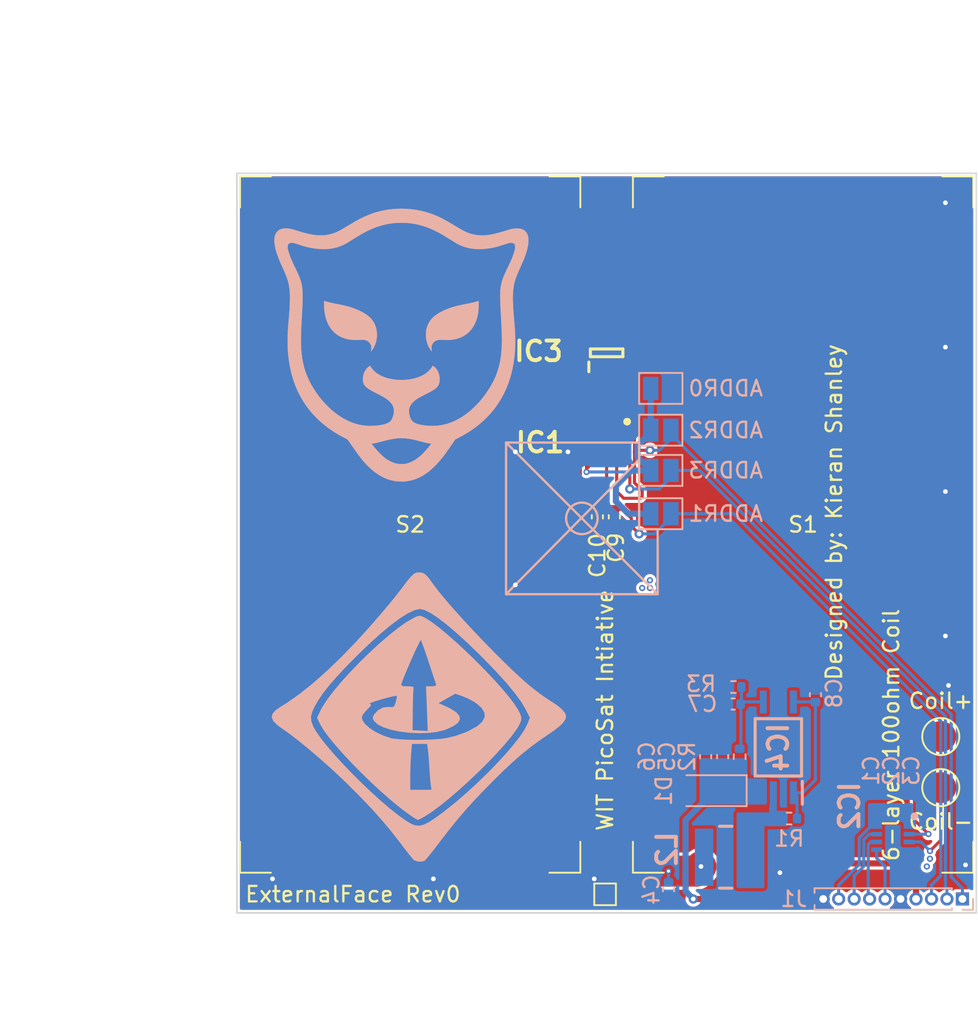
<source format=kicad_pcb>
(kicad_pcb (version 20221018) (generator pcbnew)
  (layers (0 "F.Cu" signal) (1 "In1.Cu" signal) (2 "In2.Cu" signal) (3 "In3.Cu" signal) (4 "In4.Cu" signal) (5 "In5.Cu" signal) (6 "In6.Cu" signal) (31 "B.Cu" signal) (34 "B.Paste" user) (35 "F.Paste" user) (36 "B.SilkS" user "B.Silkscreen") (37 "F.SilkS" user "F.Silkscreen") (38 "B.Mask" user) (39 "F.Mask" user) (44 "Edge.Cuts" user))
  (net 0 "")
  (net 1 "SCL")
  (net 2 "GND")
  (net 3 "ADDR_SELECT")
  (net 5 "SDA")
  (net 6 "+1V8")
  (net 7 "VHARVEST")
  (net 8 "VBAT")
  (net 9 "Coil+")
  (net 10 "PWM2")
  (net 11 "PWM1")
  (net 12 "EN")
  (net 15 "VOUT")
  (net 16 "Net-(C7-Pad1)")
  (net 17 "Net-(C8-Pad2)")
  (net 18 "Net-(IC4-Pad3)")
  (footprint "TMP117MAIDRVR:SON65P200X200X80-7N" (layer "F.Cu") (at 130.4 90.2 -90)
    (fp_text reference "IC1" (at 0 4.3 180) (layer "F.SilkS") (effects (font (size 1.27 1.27) (thickness 0.254))))
    (fp_text value "TMP117MAIDRVR" hide)
    (pad "1" smd rect locked (at -1.05 -0.65) (size 0.35 0.6) (layers "F.Cu" "F.Paste" "F.Mask") (net 1 "SCL"))
    (pad "2" smd rect locked (at -1.05 0) (size 0.35 0.6) (layers "F.Cu" "F.Paste" "F.Mask") (net 2 "GND"))
    (pad "3" smd rect locked (at -1.05 0.65) (size 0.35 0.6) (layers "F.Cu" "F.Paste" "F.Mask") (net 2 "GND"))
    (pad "4" smd rect locked (at 1.05 0.65) (size 0.35 0.6) (layers "F.Cu" "F.Paste" "F.Mask") (net 3 "ADDR_SELECT"))
    (pad "5" smd rect locked (at 1.05 0) (size 0.35 0.6) (layers "F.Cu" "F.Paste" "F.Mask") (net 6 "+1V8"))
    (pad "6" smd rect locked (at 1.05 -0.65) (size 0.35 0.6) (layers "F.Cu" "F.Paste" "F.Mask") (net 5 "SDA"))
    (pad "7" smd rect locked (at 0 0 270) (size 1.1 1.7) (layers "F.Cu" "F.Paste" "F.Mask") (net 2 "GND"))
  )
  (footprint "Capacitor_SMD:C_0402_1005Metric" (layer "F.Cu") (at 130.9 95 90)
    (fp_text reference "C9" (at -2 0.1 90) (layer "F.SilkS"))
    (fp_text value "0.1uF")
    (pad "1" smd roundrect (at -0.48 0 90) (size 0.56 0.62) (layers "F.Cu" "F.Paste" "F.Mask") (net 2 "GND"))
    (pad "2" smd roundrect (at 0.48 0 90) (size 0.56 0.62) (layers "F.Cu" "F.Paste" "F.Mask") (net 6 "+1V8"))
  )
  (footprint "OPT4048DTSR:SOTFL50P190X60-8N" (layer "F.Cu") (at 130.4 84.4 90)
    (fp_text reference "IC3" (at 0.1 -4.4 180) (layer "F.SilkS") (effects (font (size 1.27 1.27) (thickness 0.254))))
    (fp_text value "OPT4048DTSR" hide)
    (pad "1" smd rect locked (at -0.91 -0.75 180) (size 0.3 0.62) (layers "F.Cu" "F.Paste" "F.Mask") (net 6 "+1V8"))
    (pad "2" smd rect locked (at -0.91 -0.25 180) (size 0.3 0.62) (layers "F.Cu" "F.Paste" "F.Mask") (net 3 "ADDR_SELECT"))
    (pad "3" smd rect locked (at -0.91 0.25 180) (size 0.3 0.62) (layers "F.Cu" "F.Paste" "F.Mask"))
    (pad "4" smd rect locked (at -0.91 0.75 180) (size 0.3 0.62) (layers "F.Cu" "F.Paste" "F.Mask") (net 2 "GND"))
    (pad "5" smd rect locked (at 0.91 0.75 180) (size 0.3 0.62) (layers "F.Cu" "F.Paste" "F.Mask") (net 1 "SCL"))
    (pad "6" smd rect locked (at 0.91 0.25 180) (size 0.3 0.62) (layers "F.Cu" "F.Paste" "F.Mask"))
    (pad "7" smd rect locked (at 0.91 -0.25 180) (size 0.3 0.62) (layers "F.Cu" "F.Paste" "F.Mask"))
    (pad "8" smd rect locked (at 0.91 -0.75 180) (size 0.3 0.62) (layers "F.Cu" "F.Paste" "F.Mask") (net 5 "SDA"))
  )
  (footprint "KXOB121K04TF:SM141K06TFV" (layer "F.Cu") (at 117.7 95.5 90)
    (fp_text reference "S2" (at 0 0 unlocked) (layer "F.SilkS"))
    (fp_text value "SM141K06TFV")
    (pad "0" smd circle locked (at -19.5 0 90) (size 3.5 3.5) (layers "F.Cu" "F.Paste" "F.Mask") (net 2 "GND"))
    (pad "1" smd circle locked (at 19.5 0 90) (size 3.5 3.5) (layers "F.Cu" "F.Paste" "F.Mask") (net 7 "VHARVEST"))
  )
  (footprint "TestPoint:TestPoint_Pad_1.0x1.0mm" (layer "F.Cu") (at 130.3 119.4)
    (fp_text reference "TP3")
    (fp_text value "VSolar")
    (pad "1" smd rect (at 0 0) (size 1 1) (layers "F.Cu" "F.Mask") (net 7 "VHARVEST"))
  )
  (footprint "Capacitor_SMD:C_0402_1005Metric" (layer "F.Cu") (at 129.8 95 90)
    (fp_text reference "C10" (at -2.5 0 90) (layer "F.SilkS"))
    (fp_text value "0.1uF")
    (pad "1" smd roundrect (at -0.48 0 90) (size 0.56 0.62) (layers "F.Cu" "F.Paste" "F.Mask") (net 2 "GND"))
    (pad "2" smd roundrect (at 0.48 0 90) (size 0.56 0.62) (layers "F.Cu" "F.Paste" "F.Mask") (net 6 "+1V8"))
  )
  (footprint "KXOB121K04TF:SM141K06TFV" (layer "F.Cu") (at 143.1 95.5 90)
    (fp_text reference "S1" (at 0 0 unlocked) (layer "F.SilkS"))
    (fp_text value "SM141K06TFV")
    (pad "0" smd circle locked (at -19.5 0 90) (size 3.5 3.5) (layers "F.Cu" "F.Paste" "F.Mask") (net 2 "GND"))
    (pad "1" smd circle locked (at 19.5 0 90) (size 3.5 3.5) (layers "F.Cu" "F.Paste" "F.Mask") (net 7 "VHARVEST"))
  )
  (footprint "TestPoint:TestPoint_Pad_D2.0mm" (layer "F.Cu") (at 152 112.5)
    (fp_text reference "TP2")
    (fp_text value "Coil-" (at 0 2.2) (layer "F.SilkS"))
    (pad "1" smd circle (at 0 0) (size 2 2) (layers "F.Cu" "F.Mask") (net 9 "Coil+"))
  )
  (footprint "TestPoint:TestPoint_Pad_D2.0mm" (layer "F.Cu") (at 152 109.2)
    (fp_text reference "TP1")
    (fp_text value "Coil+" (at 0 -2.3 180) (layer "F.SilkS"))
    (pad "1" smd circle (at 0 0) (size 2 2) (layers "F.Cu" "F.Mask") (net 9 "Coil+"))
  )
  (footprint "Resistor_SMD:R_0402_1005Metric" (layer "B.Cu") (at 139 110.5 90)
    (fp_text reference "R2" (at 0 -3.4 90) (layer "B.SilkS") (effects (justify mirror)))
    (fp_text value "1M")
    (pad "1" smd roundrect (at -0.51 0 90) (size 0.54 0.64) (layers "B.Cu" "B.Paste" "B.Mask") (net 15 "VOUT"))
    (pad "2" smd roundrect (at 0.51 0 90) (size 0.54 0.64) (layers "B.Cu" "B.Paste" "B.Mask") (net 16 "Net-(C7-Pad1)"))
  )
  (footprint "Jumper:SolderJumper-2_P1.3mm_Open_Pad1.0x1.5mm" (layer "B.Cu") (at 133.9 86.7)
    (fp_text reference "JP1")
    (fp_text value "ADDR0" (at 4.2 0) (layer "B.SilkS") (effects (justify mirror)))
    (pad "1" smd rect (at -0.65 0) (size 1 1.5) (layers "B.Cu" "B.Mask") (net 3 "ADDR_SELECT"))
    (pad "2" smd rect (at 0.65 0) (size 1 1.5) (layers "B.Cu" "B.Mask") (net 2 "GND"))
  )
  (footprint "Capacitor_SMD:C_0402_1005Metric" (layer "B.Cu") (at 143.9 106.5 -90)
    (fp_text reference "C8" (at -0.1 -1.2 90) (layer "B.SilkS") (effects (justify mirror)))
    (fp_text value "100nF")
    (pad "1" smd roundrect (at -0.48 0 270) (size 0.56 0.62) (layers "B.Cu" "B.Paste" "B.Mask") (net 2 "GND"))
    (pad "2" smd roundrect (at 0.48 0 270) (size 0.56 0.62) (layers "B.Cu" "B.Paste" "B.Mask") (net 17 "Net-(C8-Pad2)"))
  )
  (footprint "Capacitor_SMD:C_0402_1005Metric" (layer "B.Cu") (at 148.8 113.4 90)
    (fp_text reference "C2" (at 2 0 90) (layer "B.SilkS") (effects (justify mirror)))
    (fp_text value "100uF")
    (pad "1" smd roundrect (at -0.48 0 90) (size 0.56 0.62) (layers "B.Cu" "B.Paste" "B.Mask") (net 8 "VBAT"))
    (pad "2" smd roundrect (at 0.48 0 90) (size 0.56 0.62) (layers "B.Cu" "B.Paste" "B.Mask") (net 2 "GND"))
  )
  (footprint "Connector_PinHeader_1.00mm:PinHeader_1x10_P1.00mm_Vertical" (layer "B.Cu") (at 153.4 119.7 90)
    (fp_text reference "J1" (at 0 -10.9 180) (layer "B.SilkS") (effects (justify mirror)))
    (fp_text value "Backplane Connector")
    (pad "1" thru_hole rect (at 0 0 90) (size 0.85 0.85) (drill 0.5) (layers "*.Cu" "*.Mask") (net 5 "SDA"))
    (pad "2" thru_hole oval (at 0 -1 90) (size 0.85 0.85) (drill 0.5) (layers "*.Cu" "*.Mask") (net 1 "SCL"))
    (pad "3" thru_hole oval (at 0 -2 90) (size 0.85 0.85) (drill 0.5) (layers "*.Cu" "*.Mask") (net 6 "+1V8"))
    (pad "4" thru_hole oval (at 0 -3 90) (size 0.85 0.85) (drill 0.5) (layers "*.Cu" "*.Mask") (net 15 "VOUT"))
    (pad "5" thru_hole oval (at 0 -4 90) (size 0.85 0.85) (drill 0.5) (layers "*.Cu" "*.Mask") (net 2 "GND"))
    (pad "6" thru_hole oval (at 0 -5 90) (size 0.85 0.85) (drill 0.5) (layers "*.Cu" "*.Mask") (net 10 "PWM2"))
    (pad "7" thru_hole oval (at 0 -6 90) (size 0.85 0.85) (drill 0.5) (layers "*.Cu" "*.Mask") (net 11 "PWM1"))
    (pad "8" thru_hole oval (at 0 -7 90) (size 0.85 0.85) (drill 0.5) (layers "*.Cu" "*.Mask") (net 12 "EN"))
    (pad "9" thru_hole oval (at 0 -8 90) (size 0.85 0.85) (drill 0.5) (layers "*.Cu" "*.Mask") (net 8 "VBAT"))
    (pad "10" thru_hole oval (at 0 -9 90) (size 0.85 0.85) (drill 0.5) (layers "*.Cu" "*.Mask") (net 2 "GND"))
  )
  (footprint "Capacitor_SMD:C_0402_1005Metric" (layer "B.Cu") (at 137.9 110.5 90)
    (fp_text reference "C5" (at 0 -3.6 90) (layer "B.SilkS") (effects (justify mirror)))
    (fp_text value "10uF")
    (pad "1" smd roundrect (at -0.48 0 90) (size 0.56 0.62) (layers "B.Cu" "B.Paste" "B.Mask") (net 15 "VOUT"))
    (pad "2" smd roundrect (at 0.48 0 90) (size 0.56 0.62) (layers "B.Cu" "B.Paste" "B.Mask") (net 2 "GND"))
  )
  (footprint "SPV1040T:SOP65P640X120-8N" (layer "B.Cu") (at 141.5 109.9 90)
    (fp_text reference "IC4" (at 0 0 90) (layer "B.SilkS") (effects (font (size 1.27 1.27) (thickness 0.254)) (justify mirror)))
    (fp_text value "SPV1040T" hide)
    (pad "1" smd rect (at -2.938 0.975) (size 0.45 1.475) (layers "B.Cu" "B.Paste" "B.Mask") (net 17 "Net-(C8-Pad2)"))
    (pad "2" smd rect (at -2.938 0.325) (size 0.45 1.475) (layers "B.Cu" "B.Paste" "B.Mask") (net 2 "GND"))
    (pad "3" smd rect (at -2.938 -0.325) (size 0.45 1.475) (layers "B.Cu" "B.Paste" "B.Mask") (net 18 "Net-(IC4-Pad3)"))
    (pad "4" smd rect (at -2.938 -0.975) (size 0.45 1.475) (layers "B.Cu" "B.Paste" "B.Mask") (net 15 "VOUT"))
    (pad "5" smd rect (at 2.938 -0.975) (size 0.45 1.475) (layers "B.Cu" "B.Paste" "B.Mask") (net 16 "Net-(C7-Pad1)"))
    (pad "6" smd rect (at 2.938 -0.325) (size 0.45 1.475) (layers "B.Cu" "B.Paste" "B.Mask") (net 2 "GND"))
    (pad "7" smd rect (at 2.938 0.325) (size 0.45 1.475) (layers "B.Cu" "B.Paste" "B.Mask") (net 2 "GND"))
    (pad "8" smd rect (at 2.938 0.975) (size 0.45 1.475) (layers "B.Cu" "B.Paste" "B.Mask") (net 17 "Net-(C8-Pad2)"))
  )
  (footprint "Graphics:IEEE_Logo" (layer "B.Cu") (at 118.3 107.9 180)
    (fp_text reference "G***")
    (fp_text value "LOGO" hide)
  )
  (footprint "DRV8212PDSGR:SON50P200X200X80-9N" (layer "B.Cu") (at 148.9 115.7625 180)
    (fp_text reference "IC2" (at 2.8 2.0625 90) (layer "B.SilkS") (effects (font (size 1.27 1.27) (thickness 0.254)) (justify mirror)))
    (fp_text value "DRV8212PDSGR" hide)
    (pad "1" smd rect (at -1.05 0.75 90) (size 0.3 0.7) (layers "B.Cu" "B.Paste" "B.Mask") (net 8 "VBAT"))
    (pad "2" smd rect (at -1.05 0.25 90) (size 0.3 0.7) (layers "B.Cu" "B.Paste" "B.Mask") (net 9 "Coil+"))
    (pad "3" smd rect (at -1.05 -0.25 90) (size 0.3 0.7) (layers "B.Cu" "B.Paste" "B.Mask") (net 9 "Coil+"))
    (pad "4" smd rect (at -1.05 -0.75 90) (size 0.3 0.7) (layers "B.Cu" "B.Paste" "B.Mask") (net 2 "GND"))
    (pad "5" smd rect (at 1.05 -0.75 90) (size 0.3 0.7) (layers "B.Cu" "B.Paste" "B.Mask") (net 10 "PWM2"))
    (pad "6" smd rect (at 1.05 -0.25 90) (size 0.3 0.7) (layers "B.Cu" "B.Paste" "B.Mask") (net 11 "PWM1"))
    (pad "7" smd rect (at 1.05 0.25 90) (size 0.3 0.7) (layers "B.Cu" "B.Paste" "B.Mask") (net 12 "EN"))
    (pad "8" smd rect (at 1.05 0.75 90) (size 0.3 0.7) (layers "B.Cu" "B.Paste" "B.Mask") (net 8 "VBAT"))
    (pad "9" smd rect (at 0 0 180) (size 1 1.7) (layers "B.Cu" "B.Paste" "B.Mask") (net 2 "GND"))
  )
  (footprint "Resistor_SMD:R_0402_1005Metric" (layer "B.Cu") (at 138.6 106 180)
    (fp_text reference "R3" (at 2.1 0.2) (layer "B.SilkS") (effects (justify mirror)))
    (fp_text value "420k")
    (pad "1" smd roundrect (at -0.51 0 180) (size 0.54 0.64) (layers "B.Cu" "B.Paste" "B.Mask") (net 16 "Net-(C7-Pad1)"))
    (pad "2" smd roundrect (at 0.51 0 180) (size 0.54 0.64) (layers "B.Cu" "B.Paste" "B.Mask") (net 2 "GND"))
  )
  (footprint "NRS4012T150MDGJ:NRS4012T150MDGJ" (layer "B.Cu") (at 138.1 117 180)
    (fp_text reference "L2" (at 3.8 0.5 90) (layer "B.SilkS") (effects (font (size 1.27 1.27) (thickness 0.254)) (justify mirror)))
    (fp_text value "NRS4012T150MDGJ" hide)
    (pad "1" smd rect (at -1.4 0 180) (size 1.2 3.7) (layers "B.Cu" "B.Paste" "B.Mask") (net 18 "Net-(IC4-Pad3)"))
    (pad "2" smd rect (at 1.4 0 180) (size 1.2 3.7) (layers "B.Cu" "B.Paste" "B.Mask") (net 7 "VHARVEST"))
  )
  (footprint "Capacitor_SMD:C_0402_1005Metric" (layer "B.Cu") (at 149.8 113.4 -90)
    (fp_text reference "C3" (at -2 -0.3 -270) (layer "B.SilkS") (effects (justify mirror)))
    (fp_text value "0.1uF")
    (pad "1" smd roundrect (at -0.48 0 270) (size 0.56 0.62) (layers "B.Cu" "B.Paste" "B.Mask") (net 2 "GND"))
    (pad "2" smd roundrect (at 0.48 0 270) (size 0.56 0.62) (layers "B.Cu" "B.Paste" "B.Mask") (net 8 "VBAT"))
  )
  (footprint "Jumper:SolderJumper-2_P1.3mm_Open_Pad1.0x1.5mm" (layer "B.Cu") (at 133.9 94.8)
    (fp_text reference "JP2")
    (fp_text value "ADDR1" (at 4.2 0) (layer "B.SilkS") (effects (justify mirror)))
    (pad "1" smd rect (at -0.65 0) (size 1 1.5) (layers "B.Cu" "B.Mask") (net 3 "ADDR_SELECT"))
    (pad "2" smd rect (at 0.65 0) (size 1 1.5) (layers "B.Cu" "B.Mask") (net 6 "+1V8"))
  )
  (footprint "Capacitor_SMD:C_0402_1005Metric" (layer "B.Cu") (at 136.8 110.5 90)
    (fp_text reference "C6" (at 0 -3.8 90) (layer "B.SilkS") (effects (justify mirror)))
    (fp_text value "4.7uF")
    (pad "1" smd roundrect (at -0.48 0 90) (size 0.56 0.62) (layers "B.Cu" "B.Paste" "B.Mask") (net 15 "VOUT"))
    (pad "2" smd roundrect (at 0.48 0 90) (size 0.56 0.62) (layers "B.Cu" "B.Paste" "B.Mask") (net 2 "GND"))
  )
  (footprint "Graphics:leopard" (layer "B.Cu") (at 117.1 83.9 180)
    (fp_text reference "G***" hide)
    (fp_text value "LOGO" hide)
  )
  (footprint "Capacitor_SMD:C_0402_1005Metric" (layer "B.Cu") (at 147.8 113.4 90)
    (fp_text reference "C1" (at 2 -0.3 90) (layer "B.SilkS") (effects (justify mirror)))
    (fp_text value "10uF")
    (pad "1" smd roundrect (at -0.48 0 90) (size 0.56 0.62) (layers "B.Cu" "B.Paste" "B.Mask") (net 8 "VBAT"))
    (pad "2" smd roundrect (at 0.48 0 90) (size 0.56 0.62) (layers "B.Cu" "B.Paste" "B.Mask") (net 2 "GND"))
  )
  (footprint "Jumper:SolderJumper-2_P1.3mm_Open_Pad1.0x1.5mm" (layer "B.Cu") (at 133.9 92)
    (fp_text reference "JP4")
    (fp_text value "ADDR3" (at 4.2 0) (layer "B.SilkS") (effects (justify mirror)))
    (pad "1" smd rect (at -0.65 0) (size 1 1.5) (layers "B.Cu" "B.Mask") (net 3 "ADDR_SELECT"))
    (pad "2" smd rect (at 0.65 0) (size 1 1.5) (layers "B.Cu" "B.Mask") (net 1 "SCL"))
  )
  (footprint "Jumper:SolderJumper-2_P1.3mm_Open_Pad1.0x1.5mm" (layer "B.Cu") (at 133.9 89.4)
    (fp_text reference "JP3")
    (fp_text value "ADDR2" (at 4.2 0) (layer "B.SilkS") (effects (justify mirror)))
    (pad "1" smd rect (at -0.65 0) (size 1 1.5) (layers "B.Cu" "B.Mask") (net 3 "ADDR_SELECT"))
    (pad "2" smd rect (at 0.65 0) (size 1 1.5) (layers "B.Cu" "B.Mask") (net 5 "SDA"))
  )
  (footprint "Capacitor_SMD:C_0402_1005Metric" (layer "B.Cu") (at 138.58 107.1 180)
    (fp_text reference "C7" (at 2 0) (layer "B.SilkS") (effects (justify mirror)))
    (fp_text value "1nF")
    (pad "1" smd roundrect (at -0.48 0 180) (size 0.56 0.62) (layers "B.Cu" "B.Paste" "B.Mask") (net 16 "Net-(C7-Pad1)"))
    (pad "2" smd roundrect (at 0.48 0 180) (size 0.56 0.62) (layers "B.Cu" "B.Paste" "B.Mask") (net 2 "GND"))
  )
  (footprint "Capacitor_SMD:C_0402_1005Metric" (layer "B.Cu") (at 134.4 119.1 -90)
    (fp_text reference "C4" (at 0 1.1 90) (layer "B.SilkS") (effects (justify mirror)))
    (fp_text value "10uF")
    (pad "1" smd roundrect (at -0.48 0 270) (size 0.56 0.62) (layers "B.Cu" "B.Paste" "B.Mask") (net 7 "VHARVEST"))
    (pad "2" smd roundrect (at 0.48 0 270) (size 0.56 0.62) (layers "B.Cu" "B.Paste" "B.Mask") (net 2 "GND"))
  )
  (footprint "Diode_SMD:D_SOD-123" (layer "B.Cu") (at 137.2 112.7 180)
    (fp_text reference "D1" (at 3.1 0 90) (layer "B.SilkS") (effects (justify mirror)))
    (fp_text value "6v")
    (pad "1" smd rect (at -1.65 0 180) (size 0.9 1.2) (layers "B.Cu" "B.Paste" "B.Mask") (net 15 "VOUT"))
    (pad "2" smd rect (at 1.65 0 180) (size 0.9 1.2) (layers "B.Cu" "B.Paste" "B.Mask") (net 2 "GND"))
  )
  (footprint "Resistor_SMD:R_0402_1005Metric" (layer "B.Cu") (at 142.2 114.5 180)
    (fp_text reference "R1" (at 0 -1.3) (layer "B.SilkS") (effects (justify mirror)))
    (fp_text value "1K")
    (pad "1" smd roundrect (at -0.51 0 180) (size 0.54 0.64) (layers "B.Cu" "B.Paste" "B.Mask") (net 17 "Net-(C8-Pad2)"))
    (pad "2" smd roundrect (at 0.51 0 180) (size 0.54 0.64) (layers "B.Cu" "B.Paste" "B.Mask") (net 18 "Net-(IC4-Pad3)"))
  )
  (gr_line (start 123.9 100) (end 132.5 91.3) (stroke (width 0.15)) (layer "B.SilkS"))
  (gr_circle (center 128.8 95.1) (end 129.8 94.9) (stroke (width 0.15)) (fill none) (layer "B.SilkS"))
  (gr_line (start 123.9 90.2) (end 133.7 100) (stroke (width 0.15)) (layer "B.SilkS"))
  (gr_poly (pts (xy 132.5 95.8) (xy 133.7 95.8) (xy 133.7 100) (xy 123.9 100) (xy 123.9 90.2) (xy 132.5 90.2)) (stroke (width 0.15)) (fill none) (layer "B.SilkS"))
  (gr_line (start 154.3 120.6) (end 106.5 120.6) (stroke (width 0.1)) (layer "Edge.Cuts"))
  (gr_line (start 106.5 120.6) (end 106.5 72.8) (stroke (width 0.1)) (layer "Edge.Cuts"))
  (gr_line (start 106.5 72.8) (end 154.3 72.8) (stroke (width 0.1)) (layer "Edge.Cuts"))
  (gr_line (start 154.3 72.8) (end 154.3 120.6) (stroke (width 0.1)) (layer "Edge.Cuts"))
  (gr_text "WIT PicoSat Intiative" (at 130.3 107.5 90) (layer "F.SilkS") (effects (font (size 1 1))))
  (gr_text "Designed by: Kieran Shanley" (at 145.1 94.7 90) (layer "F.SilkS") (effects (font (size 1 1))))
  (gr_text "ExternalFace Rev0" (at 114 119.4) (layer "F.SilkS") (effects (font (size 1 1))))
  (gr_text "6-layer 100ohm Coil" (at 148.8 109.1 90) (layer "F.SilkS") (effects (font (size 1 1))))
  (segment (start 131.9 84) (end 131.9 89.6) (width 0.2) (layer "F.Cu") (net 1))
  (segment (start 131.15 83.49) (end 131.39 83.49) (width 0.2) (layer "F.Cu") (net 1))
  (segment (start 131.45 89.15) (end 131.9 89.6) (width 0.2) (layer "F.Cu") (net 1))
  (segment (start 131.9 89.6) (end 131.9 93.2) (width 0.2) (layer "F.Cu") (net 1))
  (segment (start 131.05 89.15) (end 131.45 89.15) (width 0.2) (layer "F.Cu") (net 1))
  (segment (start 131.39 83.49) (end 131.9 84) (width 0.2) (layer "F.Cu") (net 1))
  (via (at 131.9 93.2) (size 0.6) (drill 0.3) (layers "F.Cu" "B.Cu") (net 1))
  (segment (start 133.8 93.2) (end 134.55 92.45) (width 0.2) (layer "B.Cu") (net 1))
  (segment (start 152.3 118.9) (end 152.4 119) (width 0.2) (layer "B.Cu") (net 1))
  (segment (start 152.3 118.9) (end 152.3 107.890584) (width 0.2) (layer "B.Cu") (net 1))
  (segment (start 152.3 107.890584) (end 136.409416 92) (width 0.2) (layer "B.Cu") (net 1))
  (segment (start 131.9 93.2) (end 133.8 93.2) (width 0.2) (layer "B.Cu") (net 1))
  (segment (start 152.4 119) (end 152.4 119.7) (width 0.2) (layer "B.Cu") (net 1))
  (segment (start 136.409416 92) (end 134.55 92) (width 0.2) (layer "B.Cu") (net 1))
  (segment (start 134.55 92.45) (end 134.55 92) (width 0.2) (layer "B.Cu") (net 1))
  (via (at 108.8 118.4) (size 0.6) (drill 0.3) (layers "F.Cu" "B.Cu") (net 2))
  (via (at 152.3 102.7) (size 0.6) (drill 0.3) (layers "F.Cu" "B.Cu") (net 2))
  (via (at 129.6 118.4) (size 0.6) (drill 0.3) (layers "F.Cu" "B.Cu") (net 2))
  (via (at 152.3 93.366666) (size 0.6) (drill 0.3) (layers "F.Cu" "B.Cu") (net 2))
  (via (at 124.5 90.8) (size 0.6) (drill 0.3) (layers "F.Cu" "B.Cu") (net 2))
  (via (at 141.6 118) (size 0.6) (drill 0.3) (layers "F.Cu" "B.Cu") (net 2))
  (via (at 124.5 99.4) (size 0.6) (drill 0.3) (layers "F.Cu" "B.Cu") (net 2))
  (via (at 152.3 74.7) (size 0.6) (drill 0.3) (layers "F.Cu" "B.Cu") (net 2))
  (via (at 119.2 118.4) (size 0.6) (drill 0.3) (layers "F.Cu" "B.Cu") (net 2))
  (via (at 127.9 90.8) (size 0.6) (drill 0.3) (layers "F.Cu" "B.Cu") (net 2))
  (via (at 153.6 117.5) (size 0.6) (drill 0.3) (layers "F.Cu" "B.Cu") (net 2))
  (via (at 152.5 105.9) (size 0.6) (drill 0.3) (layers "F.Cu" "B.Cu") (net 2))
  (via (at 152.3 84.033333) (size 0.6) (drill 0.3) (layers "F.Cu" "B.Cu") (net 2))
  (segment (start 130.15 85.95) (end 129.1 87) (width 0.2) (layer "F.Cu") (net 3))
  (segment (start 129.1 91.9) (end 129.1 92.1) (width 0.2) (layer "F.Cu") (net 3))
  (segment (start 130.15 85.31) (end 130.15 85.95) (width 0.2) (layer "F.Cu") (net 3))
  (segment (start 129.1 87) (end 129.1 92.1) (width 0.2) (layer "F.Cu") (net 3))
  (segment (start 129.75 91.25) (end 129.1 91.9) (width 0.2) (layer "F.Cu") (net 3))
  (via (at 129.1 92.1) (size 0.4) (drill 0.2) (layers "F.Cu" "B.Cu") (net 3))
  (segment (start 131 93) (end 131 94) (width 0.4) (layer "B.Cu") (net 3))
  (segment (start 132.4 90.4) (end 132.4 91.15) (width 0.4) (layer "B.Cu") (net 3))
  (segment (start 131 94) (end 131.8 94.8) (width 0.4) (layer "B.Cu") (net 3))
  (segment (start 131.8 94.8) (end 133.25 94.8) (width 0.4) (layer "B.Cu") (net 3))
  (segment (start 133.25 89.4) (end 133.25 86.8) (width 0.4) (layer "B.Cu") (net 3))
  (segment (start 132.4 91.15) (end 133.25 92) (width 0.4) (layer "B.Cu") (net 3))
  (segment (start 133.15 92.1) (end 133.25 92) (width 0.2) (layer "B.Cu") (net 3))
  (segment (start 129.1 92.1) (end 133.15 92.1) (width 0.2) (layer "B.Cu") (net 3))
  (segment (start 133.25 89.4) (end 133.25 89.55) (width 0.4) (layer "B.Cu") (net 3))
  (segment (start 133.25 89.55) (end 132.4 90.4) (width 0.4) (layer "B.Cu") (net 3))
  (segment (start 132 92) (end 131 93) (width 0.4) (layer "B.Cu") (net 3))
  (segment (start 133.25 92) (end 132 92) (width 0.4) (layer "B.Cu") (net 3))
  (segment (start 133.2 90.7) (end 132.3 90.7) (width 0.2) (layer "F.Cu") (net 5))
  (segment (start 132.7 93.7) (end 132.6 93.8) (width 0.2) (layer "F.Cu") (net 5))
  (segment (start 132.2 90.8) (end 132.2 92.8) (width 0.2) (layer "F.Cu") (net 5))
  (segment (start 131.05 93.35) (end 131.05 91.25) (width 0.2) (layer "F.Cu") (net 5))
  (segment (start 132.2 92.8) (end 132.7 93.3) (width 0.2) (layer "F.Cu") (net 5))
  (segment (start 129.65 82.95) (end 129.9 82.7) (width 0.2) (layer "F.Cu") (net 5))
  (segment (start 132.3 90.7) (end 132.2 90.8) (width 0.2) (layer "F.Cu") (net 5))
  (segment (start 132.6 93.8) (end 131.5 93.8) (width 0.2) (layer "F.Cu") (net 5))
  (segment (start 131.5 93.8) (end 131.05 93.35) (width 0.2) (layer "F.Cu") (net 5))
  (segment (start 129.9 82.7) (end 131.1 82.7) (width 0.2) (layer "F.Cu") (net 5))
  (segment (start 132.2 83.8) (end 132.2 90.8) (width 0.2) (layer "F.Cu") (net 5))
  (segment (start 132.7 93.3) (end 132.7 93.7) (width 0.2) (layer "F.Cu") (net 5))
  (segment (start 131.1 82.7) (end 132.2 83.8) (width 0.2) (layer "F.Cu") (net 5))
  (segment (start 129.65 83.49) (end 129.65 82.95) (width 0.2) (layer "F.Cu") (net 5))
  (via (at 133.2 90.7) (size 0.6) (drill 0.3) (layers "F.Cu" "B.Cu") (net 5))
  (segment (start 153.4 119) (end 153.4 119.7) (width 0.2) (layer "B.Cu") (net 5))
  (segment (start 133.8 90.7) (end 133.2 90.7) (width 0.2) (layer "B.Cu") (net 5))
  (segment (start 134.55 89.95) (end 133.8 90.7) (width 0.2) (layer "B.Cu") (net 5))
  (segment (start 134.55 89.4) (end 134.55 89.85) (width 0.2) (layer "B.Cu") (net 5))
  (segment (start 152.679002 118.279002) (end 153.4 119) (width 0.2) (layer "B.Cu") (net 5))
  (segment (start 134.55 89.85) (end 134.55 89.95) (width 0.2) (layer "B.Cu") (net 5))
  (segment (start 134.55 89.65) (end 152.679002 107.779002) (width 0.2) (layer "B.Cu") (net 5))
  (segment (start 134.55 89.4) (end 134.55 89.65) (width 0.2) (layer "B.Cu") (net 5))
  (segment (start 152.679002 107.779002) (end 152.679002 118.279002) (width 0.2) (layer "B.Cu") (net 5))
  (segment (start 130.4 91.25) (end 130.4 93.92) (width 0.2) (layer "F.Cu") (net 6))
  (segment (start 129.8 94.52) (end 129.6 94.52) (width 0.2) (layer "F.Cu") (net 6))
  (segment (start 129.65 85.95) (end 128.7 86.9) (width 0.2) (layer "F.Cu") (net 6))
  (segment (start 128.7 86.9) (end 128.7 93.62) (width 0.2) (layer "F.Cu") (net 6))
  (segment (start 131.42 94.52) (end 130.9 94.52) (width 0.2) (layer "F.Cu") (net 6))
  (segment (start 129.65 85.31) (end 129.65 85.95) (width 0.2) (layer "F.Cu") (net 6))
  (segment (start 130.4 93.92) (end 129.8 94.52) (width 0.2) (layer "F.Cu") (net 6))
  (segment (start 130.9 94.52) (end 129.8 94.52) (width 0.2) (layer "F.Cu") (net 6))
  (segment (start 132 95.6) (end 132 95.1) (width 0.2) (layer "F.Cu") (net 6))
  (segment (start 132 95.1) (end 131.42 94.52) (width 0.2) (layer "F.Cu") (net 6))
  (segment (start 129.6 94.52) (end 128.7 93.62) (width 0.2) (layer "F.Cu") (net 6))
  (segment (start 132.5 96.1) (end 132 95.6) (width 0.2) (layer "F.Cu") (net 6))
  (via (at 132.5 96.1) (size 0.6) (drill 0.3) (layers "F.Cu" "B.Cu") (net 6))
  (segment (start 138.6 94.8) (end 134.55 94.8) (width 0.2) (layer "B.Cu") (net 6))
  (segment (start 152 118.2) (end 152 108.2) (width 0.2) (layer "B.Cu") (net 6))
  (segment (start 133.5 96.1) (end 132.5 96.1) (width 0.2) (layer "B.Cu") (net 6))
  (segment (start 152 108.2) (end 138.6 94.8) (width 0.2) (layer "B.Cu") (net 6))
  (segment (start 134.55 94.8) (end 134.55 95.05) (width 0.2) (layer "B.Cu") (net 6))
  (segment (start 151.4 118.8) (end 152 118.2) (width 0.2) (layer "B.Cu") (net 6))
  (segment (start 151.4 119.7) (end 151.4 118.8) (width 0.2) (layer "B.Cu") (net 6))
  (segment (start 134.55 95.05) (end 133.5 96.1) (width 0.2) (layer "B.Cu") (net 6))
  (segment (start 125.1 76) (end 122.6 76) (width 2) (layer "F.Cu") (net 7))
  (segment (start 132 117.9) (end 134.4 117.9) (width 2) (layer "F.Cu") (net 7))
  (segment (start 131.8 117.9) (end 132 117.9) (width 0.2) (layer "F.Cu") (net 7))
  (segment (start 136.2 117.9) (end 136.5 117.6) (width 2) (layer "F.Cu") (net 7))
  (segment (start 122.6 76) (end 122.6 108.5) (width 2) (layer "F.Cu") (net 7))
  (segment (start 130.3 119.4) (end 131.8 117.9) (width 0.2) (layer "F.Cu") (net 7))
  (segment (start 134.4 117.9) (end 136.2 117.9) (width 2) (layer "F.Cu") (net 7))
  (segment (start 122.6 108.5) (end 132 117.9) (width 2) (layer "F.Cu") (net 7))
  (segment (start 143.1 76) (end 125.1 76) (width 2) (layer "F.Cu") (net 7))
  (segment (start 122.6 76) (end 117.7 76) (width 2) (layer "F.Cu") (net 7))
  (via (at 136.5 117.6) (size 0.6) (drill 0.3) (layers "F.Cu" "B.Cu") (net 7))
  (via (at 134.4 117.9) (size 0.4) (drill 0.2) (layers "F.Cu" "B.Cu") (net 7))
  (segment (start 134.4 118.62) (end 134.4 117.9) (width 0.2) (layer "B.Cu") (net 7))
  (segment (start 146.730998 117.469002) (end 146.730998 115.751502) (width 0.2) (layer "B.Cu") (net 8))
  (segment (start 146.730998 115.751502) (end 147.47 115.0125) (width 0.2) (layer "B.Cu") (net 8))
  (segment (start 146.730998 117.469002) (end 145.4 118.8) (width 0.2) (layer "B.Cu") (net 8))
  (segment (start 145.4 118.8) (end 145.4 119.7) (width 0.2) (layer "B.Cu") (net 8))
  (segment (start 147.47 115.0125) (end 147.85 115.0125) (width 0.2) (layer "B.Cu") (net 8))
  (segment (start 152 115.9) (end 151.3 116.6) (width 0.2) (layer "F.Cu") (net 9))
  (segment (start 150.3 114.6) (end 151.2 115.5) (width 0.2) (layer "F.Cu") (net 9))
  (segment (start 150.3 110.9) (end 150.3 114.6) (width 0.2) (layer "F.Cu") (net 9))
  (segment (start 152 109.2) (end 150.3 110.9) (width 0.2) (layer "F.Cu") (net 9))
  (segment (start 152 112.5) (end 152 115.9) (width 0.2) (layer "F.Cu") (net 9))
  (via (at 132.7 99.6) (size 0.4) (drill 0.2) (layers "F.Cu" "B.Cu") (net 9))
  (via (at 151.2 115.5) (size 0.4) (drill 0.2) (layers "F.Cu" "B.Cu") (net 9))
  (via (at 151.3 117.1) (size 0.4) (drill 0.2) (layers "F.Cu" "B.Cu") (net 9))
  (via (at 133.2 99.1) (size 0.4) (drill 0.2) (layers "F.Cu" "B.Cu") (net 9))
  (via (at 151.3 116.6) (size 0.4) (drill 0.2) (layers "F.Cu" "B.Cu") (net 9))
  (via (at 151.1 117.6) (size 0.4) (drill 0.2) (layers "F.Cu" "B.Cu") (net 9))
  (via (at 133.2 99.6) (size 0.4) (drill 0.2) (layers "F.Cu" "B.Cu") (net 9))
  (segment (start 149.95 115.5125) (end 151.1875 115.5125) (width 0.2) (layer "B.Cu") (net 9))
  (segment (start 149.95 116.0125) (end 150.7125 116.0125) (width 0.2) (layer "B.Cu") (net 9))
  (segment (start 151.1875 115.5125) (end 151.2 115.5) (width 0.2) (layer "B.Cu") (net 9))
  (segment (start 150.7125 116.0125) (end 151.3 116.6) (width 0.2) (layer "B.Cu") (net 9))
  (segment (start 148.4 117.6) (end 148.4 119.7) (width 0.2) (layer "B.Cu") (net 10))
  (segment (start 148.3 117.5) (end 148.4 117.6) (width 0.2) (layer "B.Cu") (net 10))
  (segment (start 147.85 117.05) (end 147.85 116.5125) (width 0.2) (layer "B.Cu") (net 10))
  (segment (start 148.3 117.5) (end 147.85 117.05) (width 0.2) (layer "B.Cu") (net 10))
  (segment (start 147.31 119.61) (end 147.4 119.7) (width 0.2) (layer "B.Cu") (net 11))
  (segment (start 147.31 116.1725) (end 147.31 119.61) (width 0.2) (layer "B.Cu") (net 11))
  (segment (start 147.47 116.0125) (end 147.31 116.1725) (width 0.2) (layer "B.Cu") (net 11))
  (segment (start 147.85 116.0125) (end 147.47 116.0125) (width 0.2) (layer "B.Cu") (net 11))
  (segment (start 147.020499 115.871417) (end 147.379416 115.5125) (width 0.2) (layer "B.Cu") (net 12))
  (segment (start 147.020499 117.588917) (end 147.020499 115.871417) (width 0.2) (layer "B.Cu") (net 12))
  (segment (start 147.379416 115.5125) (end 147.85 115.5125) (width 0.2) (layer "B.Cu") (net 12))
  (segment (start 146.4 118.209416) (end 146.4 119.7) (width 0.2) (layer "B.Cu") (net 12))
  (segment (start 147.020499 117.588917) (end 146.4 118.209416) (width 0.2) (layer "B.Cu") (net 12))
  (segment (start 136 119.7) (end 141.5 119.7) (width 0.4) (layer "F.Cu") (net 15))
  (segment (start 150.4 118.2) (end 150.4 119.7) (width 0.4) (layer "F.Cu") (net 15))
  (segment (start 149.6 117.4) (end 150.4 118.2) (width 0.4) (layer "F.Cu") (net 15))
  (segment (start 143.8 117.4) (end 149.6 117.4) (width 0.4) (layer "F.Cu") (net 15))
  (segment (start 141.5 119.7) (end 143.8 117.4) (width 0.4) (layer "F.Cu") (net 15))
  (via (at 136 119.7) (size 0.6) (drill 0.3) (layers "F.Cu" "B.Cu") (net 15))
  (segment (start 135.5 119.2) (end 136 119.7) (width 0.4) (layer "B.Cu") (net 15))
  (segment (start 135.5 114.6) (end 135.5 119.2) (width 0.4) (layer "B.Cu") (net 15))
  (segment (start 138.85 112.7) (end 137.4 112.7) (width 0.4) (layer "B.Cu") (net 15))
  (segment (start 137.4 112.7) (end 135.5 114.6) (width 0.4) (layer "B.Cu") (net 15))
  (segment (start 139.11 107.05) (end 139.06 107.1) (width 0.2) (layer "B.Cu") (net 16))
  (segment (start 139.08 109.91) (end 139 109.99) (width 0.2) (layer "B.Cu") (net 16))
  (segment (start 139.11 106) (end 139.11 107.05) (width 0.2) (layer "B.Cu") (net 16))
  (segment (start 139.218 106.962) (end 139.08 107.1) (width 0.2) (layer "B.Cu") (net 16))
  (segment (start 140.525 106.962) (end 139.218 106.962) (width 0.2) (layer "B.Cu") (net 16))
  (segment (start 139.08 107.1) (end 139.08 109.91) (width 0.2) (layer "B.Cu") (net 16))
  (segment (start 142.475 106.962) (end 143.882 106.962) (width 0.2) (layer "B.Cu") (net 17))
  (segment (start 143.9 112) (end 143.9 106.98) (width 0.2) (layer "B.Cu") (net 17))
  (segment (start 143.062 112.838) (end 143.9 112) (width 0.2) (layer "B.Cu") (net 17))
  (segment (start 142.533 107.02) (end 142.475 106.962) (width 0.2) (layer "B.Cu") (net 17))
  (segment (start 142.71 114.5) (end 142.71 113.073) (width 0.2) (layer "B.Cu") (net 17))
  (segment (start 143.882 106.962) (end 143.9 106.98) (width 0.2) (layer "B.Cu") (net 17))
  (segment (start 142.71 113.073) (end 142.475 112.838) (width 0.2) (layer "B.Cu") (net 17))
  (segment (start 142.475 112.838) (end 143.062 112.838) (width 0.2) (layer "B.Cu") (net 17))
  (zone (net 2) (net_name "GND") (layers "F&B.Cu") (name "GND Plane") (connect_pads yes (clearance 0.2)) (min_thickness 0.2) (fill yes (thermal_gap 0.2) (thermal_bridge_width 0.2))
    (polygon (pts (xy 154.3 120.6) (xy 106.5 120.6) (xy 106.5 72.8) (xy 154.3 72.8)))
  )
  (zone (net 18) (net_name "Net-(IC4-Pad3)") (layer "B.Cu") (priority 2) (connect_pads yes (clearance 0.2)) (min_thickness 0.2) (fill yes (thermal_gap 0.2) (thermal_bridge_width 0.2))
    (polygon (pts (xy 141.4 114) (xy 142.1 114) (xy 142.1 115) (xy 140.6 115) (xy 140.6 119) (xy 138.8 119) (xy 138.8 114.1) (xy 140.9 114.1) (xy 140.9 112.1) (xy 141.4 112.1)))
  )
  (zone (net 15) (net_name "VOUT") (layer "B.Cu") (priority 2) (connect_pads yes (clearance 0.2)) (min_thickness 0.2) (fill yes (thermal_gap 0.2) (thermal_bridge_width 0.2))
    (polygon (pts (xy 139.5 111.9) (xy 140.8 111.9) (xy 140.8 113.6) (xy 136.4 113.6) (xy 136.4 110.6) (xy 139.5 110.6)))
  )
  (zone (net 8) (net_name "VBAT") (layer "B.Cu") (priority 2) (connect_pads yes (clearance 0.2)) (min_thickness 0.2) (fill yes (thermal_gap 0.508) (thermal_bridge_width 0.508))
    (polygon (pts (xy 150.2 114.5) (xy 150.4 114.5) (xy 150.4 115.2) (xy 149.5 115.2) (xy 149.5 114.8) (xy 148.3 114.8) (xy 148.3 115.2) (xy 147.3 115.2) (xy 147.3 113.5) (xy 150.2 113.5)))
  )
)
</source>
